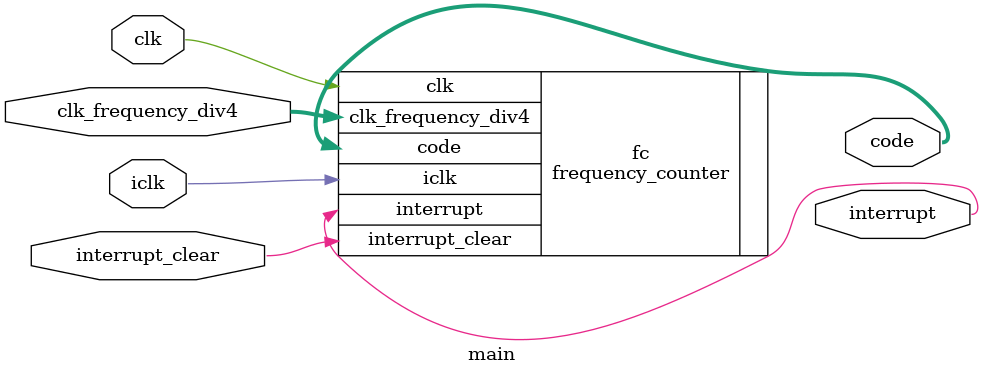
<source format=v>
module main
(
	input wire clk,
	input wire iclk,
   output wire [27:0] code,
   input wire [25:0] clk_frequency_div4,
   output wire interrupt,
   input wire interrupt_clear
);

frequency_counter fc(.clk(clk), .iclk(iclk), .clk_frequency_div4(clk_frequency_div4), .code(code), .interrupt(interrupt), .interrupt_clear(interrupt_clear));

endmodule

</source>
